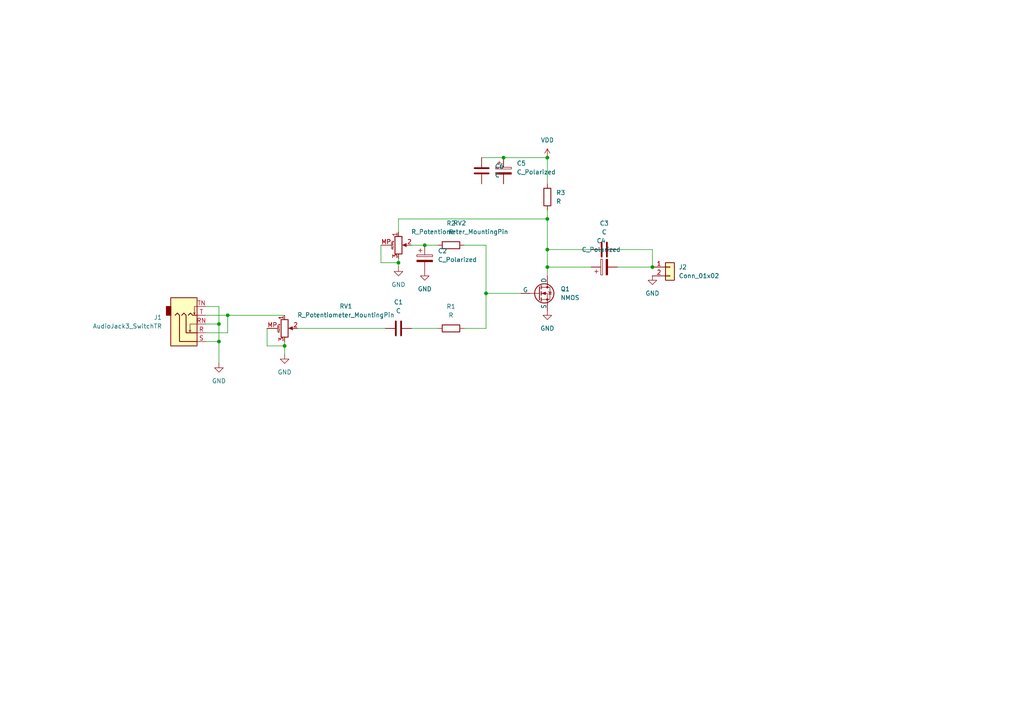
<source format=kicad_sch>
(kicad_sch (version 20250114) (generator "eeschema") (generator_version "9.0")
  (paper "A4")
  (lib_symbols
    (symbol "Connector_Audio:AudioJack3_SwitchTR"
      (property "Reference" "J" (at 0 8.89 0))
      (property "Value" "AudioJack3_SwitchTR" (at 0 6.35 0))
      (symbol "AudioJack3_SwitchTR_0_1"
        (rectangle (start -5.08 -5.08) (end -6.35 -7.62) (stroke (width 0.254)) (fill (type outline)))
        (polyline (pts (xy -1.905 -5.08) (xy -1.27 -5.715) (xy -0.635 -5.08) (xy -0.635 0) (xy 2.54 0)) (stroke (width 0.254)))
        (polyline (pts (xy 0 -5.08) (xy 0.635 -5.715) (xy 1.27 -5.08) (xy 2.54 -5.08)) (stroke (width 0.254)))
        (polyline (pts (xy 0.508 -0.254) (xy 0.762 -0.762)))
        (polyline (pts (xy 1.778 -5.334) (xy 2.032 -5.842)))
        (rectangle (start 2.54 3.81) (end -5.08 -10.16) (stroke (width 0.254)) (fill (type background)))
        (polyline (pts (xy 2.54 2.54) (xy -2.54 2.54) (xy -2.54 -5.08) (xy -3.175 -5.715) (xy -3.81 -5.08)) (stroke (width 0.254)))
        (polyline (pts (xy 2.54 -2.54) (xy 0.508 -2.54) (xy 0.508 -0.254) (xy 0.254 -0.762)))
        (polyline (pts (xy 2.54 -7.62) (xy 1.778 -7.62) (xy 1.778 -5.334) (xy 1.524 -5.842)))
      )
      (symbol "AudioJack3_SwitchTR_1_1"
        (pin passive line (at 5.08 2.54 180) (length 2.54) (name "~") (number "S"))
        (pin passive line (at 5.08 0 180) (length 2.54) (name "~") (number "R"))
        (pin passive line (at 5.08 -2.54 180) (length 2.54) (name "~") (number "RN"))
        (pin passive line (at 5.08 -5.08 180) (length 2.54) (name "~") (number "T"))
        (pin passive line (at 5.08 -7.62 180) (length 2.54) (name "~") (number "TN"))
      )
    )
    (symbol "Connector_Generic:Conn_01x02" (pin_names (offset 1.016) (hide yes))
      (property "Reference" "J" (at 0 2.54 0))
      (property "Value" "Conn_01x02" (at 0 -5.08 0))
      (symbol "Conn_01x02_1_1"
        (rectangle (start -1.27 1.27) (end 1.27 -3.81) (stroke (width 0.254)) (fill (type background)))
        (rectangle (start -1.27 0.127) (end 0 -0.127) (stroke (width 0.1524)))
        (rectangle (start -1.27 -2.413) (end 0 -2.667) (stroke (width 0.1524)))
        (pin passive line (at -5.08 0 0) (length 3.81) (name "Pin_1") (number "1"))
        (pin passive line (at -5.08 -2.54 0) (length 3.81) (name "Pin_2") (number "2"))
      )
    )
    (symbol "Device:C" (pin_numbers (hide yes)) (pin_names (offset 0.254))
      (property "Reference" "C" (at 0.635 2.54 0))
      (property "Value" "C" (at 0.635 -2.54 0))
      (symbol "C_0_1"
        (polyline (pts (xy -2.032 0.762) (xy 2.032 0.762)) (stroke (width 0.508)))
        (polyline (pts (xy -2.032 -0.762) (xy 2.032 -0.762)) (stroke (width 0.508)))
      )
      (symbol "C_1_1"
        (pin passive line (at 0 3.81 270) (length 2.794) (name "~") (number "1"))
        (pin passive line (at 0 -3.81 90) (length 2.794) (name "~") (number "2"))
      )
    )
    (symbol "Device:C_Polarized" (pin_numbers (hide yes)) (pin_names (offset 0.254))
      (property "Reference" "C" (at 0.635 2.54 0))
      (property "Value" "C_Polarized" (at 0.635 -2.54 0))
      (symbol "C_Polarized_0_1"
        (rectangle (start -2.286 0.508) (end 2.286 1.016))
        (polyline (pts (xy -1.778 2.286) (xy -0.762 2.286)))
        (polyline (pts (xy -1.27 2.794) (xy -1.27 1.778)))
        (rectangle (start 2.286 -0.508) (end -2.286 -1.016) (fill (type outline)))
      )
      (symbol "C_Polarized_1_1"
        (pin passive line (at 0 3.81 270) (length 2.794) (name "~") (number "1"))
        (pin passive line (at 0 -3.81 90) (length 2.794) (name "~") (number "2"))
      )
    )
    (symbol "Device:R" (pin_numbers (hide yes)) (pin_names (offset 0))
      (property "Reference" "R" (at 2.032 0 90))
      (property "Value" "R" (at 0 0 90))
      (symbol "R_0_1"
        (rectangle (start -1.016 -2.54) (end 1.016 2.54) (stroke (width 0.254)))
      )
      (symbol "R_1_1"
        (pin passive line (at 0 3.81 270) (length 1.27) (name "~") (number "1"))
        (pin passive line (at 0 -3.81 90) (length 1.27) (name "~") (number "2"))
      )
    )
    (symbol "Device:R_Potentiometer_MountingPin" (pin_names (offset 1.016) (hide yes))
      (property "Reference" "RV" (at -8.255 0 90))
      (property "Value" "R_Potentiometer_MountingPin" (at -6.35 0 90))
      (symbol "R_Potentiometer_MountingPin_0_1"
        (rectangle (start 1.016 2.54) (end -1.016 -2.54) (stroke (width 0.254)))
        (polyline (pts (xy 1.143 0) (xy 2.286 0.508) (xy 2.286 -0.508)) (fill (type outline)))
        (polyline (pts (xy 2.54 0) (xy 1.524 0)))
      )
      (symbol "R_Potentiometer_MountingPin_1_1"
        (polyline (pts (xy -2.032 1.016) (xy -2.032 -1.016)) (stroke (width 0.1524)))
        (text "Mounting" (at -1.651 0 900) (effects (font (size 0.381 0.381))))
        (pin passive line (at -5.08 0 0) (length 3.048) (name "MountPin") (number "MP"))
        (pin passive line (at 0 3.81 270) (length 1.27) (name "1") (number "1"))
        (pin passive line (at 0 -3.81 90) (length 1.27) (name "3") (number "3"))
        (pin passive line (at 3.81 0 180) (length 1.27) (name "2") (number "2"))
      )
    )
    (symbol "Simulation_SPICE:NMOS" (pin_numbers (hide yes)) (pin_names (offset 0))
      (property "Reference" "Q" (at 5.08 1.27 0))
      (property "Value" "NMOS" (at 5.08 -1.27 0))
      (symbol "NMOS_0_1"
        (polyline (pts (xy 0.254 1.905) (xy 0.254 -1.905)) (stroke (width 0.254)))
        (polyline (pts (xy 0.254 0) (xy -2.54 0)))
        (polyline (pts (xy 0.762 2.286) (xy 0.762 1.27)) (stroke (width 0.254)))
        (polyline (pts (xy 0.762 0.508) (xy 0.762 -0.508)) (stroke (width 0.254)))
        (polyline (pts (xy 0.762 -1.27) (xy 0.762 -2.286)) (stroke (width 0.254)))
        (polyline (pts (xy 0.762 -1.778) (xy 3.302 -1.778) (xy 3.302 1.778) (xy 0.762 1.778)))
        (polyline (pts (xy 1.016 0) (xy 2.032 0.381) (xy 2.032 -0.381) (xy 1.016 0)) (fill (type outline)))
        (circle (center 1.651 0) (radius 2.794) (stroke (width 0.254)))
        (polyline (pts (xy 2.54 2.54) (xy 2.54 1.778)))
        (circle (center 2.54 1.778) (radius 0.254) (fill (type outline)))
        (circle (center 2.54 -1.778) (radius 0.254) (fill (type outline)))
        (polyline (pts (xy 2.54 -2.54) (xy 2.54 0) (xy 0.762 0)))
        (polyline (pts (xy 2.794 0.508) (xy 2.921 0.381) (xy 3.683 0.381) (xy 3.81 0.254)))
        (polyline (pts (xy 3.302 0.381) (xy 2.921 -0.254) (xy 3.683 -0.254) (xy 3.302 0.381)))
      )
      (symbol "NMOS_1_1"
        (pin input line (at -5.08 0 0) (length 2.54) (name "G") (number "2"))
        (pin passive line (at 2.54 5.08 270) (length 2.54) (name "D") (number "1"))
        (pin passive line (at 2.54 -5.08 90) (length 2.54) (name "S") (number "3"))
      )
    )
    (symbol "power:GND" (power) (pin_numbers (hide yes)) (pin_names (offset 0) (hide yes))
      (property "Value" "GND" (at 0 -3.81 0))
      (symbol "GND_0_1"
        (polyline (pts (xy 0 0) (xy 0 -1.27) (xy 1.27 -1.27) (xy 0 -2.54) (xy -1.27 -1.27) (xy 0 -1.27)))
      )
      (symbol "GND_1_1"
        (pin power_in line (at 0 0 270) (length 0) (name "~") (number "1"))
      )
    )
    (symbol "power:VDD" (power) (pin_numbers (hide yes)) (pin_names (offset 0) (hide yes))
      (property "Value" "VDD" (at 0 3.556 0))
      (symbol "VDD_0_1"
        (polyline (pts (xy -0.762 1.27) (xy 0 2.54)))
        (polyline (pts (xy 0 2.54) (xy 0.762 1.27)))
        (polyline (pts (xy 0 0) (xy 0 2.54)))
      )
      (symbol "VDD_1_1"
        (pin power_in line (at 0 0 90) (length 0) (name "~") (number "1"))
      )
    )
  )
  (junction (at 158.75 72.39))
  (junction (at 146.05 45.72))
  (junction (at 158.75 63.5))
  (junction (at 123.19 71.12))
  (junction (at 158.75 45.72))
  (junction (at 63.5 99.06))
  (junction (at 82.55 100.33))
  (junction (at 158.75 77.47))
  (junction (at 189.23 77.47))
  (junction (at 115.57 76.2))
  (junction (at 66.04 91.44))
  (junction (at 140.97 85.09))
  (junction (at 63.5 93.98))
  (wire (pts (xy 63.5 88.9) (xy 59.69 88.9)))
  (wire (pts (xy 115.57 67.31) (xy 115.57 63.5)))
  (wire (pts (xy 158.75 77.47) (xy 171.45 77.47)))
  (wire (pts (xy 158.75 60.96) (xy 158.75 63.5)))
  (wire (pts (xy 86.36 95.25) (xy 111.76 95.25)))
  (wire (pts (xy 140.97 95.25) (xy 140.97 85.09)))
  (wire (pts (xy 119.38 95.25) (xy 127 95.25)))
  (wire (pts (xy 146.05 45.72) (xy 158.75 45.72)))
  (wire (pts (xy 110.49 76.2) (xy 115.57 76.2)))
  (wire (pts (xy 63.5 105.41) (xy 63.5 99.06)))
  (wire (pts (xy 179.07 72.39) (xy 189.23 72.39)))
  (wire (pts (xy 115.57 63.5) (xy 158.75 63.5)))
  (wire (pts (xy 158.75 45.72) (xy 158.75 53.34)))
  (wire (pts (xy 59.69 99.06) (xy 63.5 99.06)))
  (wire (pts (xy 82.55 100.33) (xy 82.55 102.87)))
  (wire (pts (xy 123.19 71.12) (xy 127 71.12)))
  (wire (pts (xy 59.69 93.98) (xy 63.5 93.98)))
  (wire (pts (xy 63.5 93.98) (xy 63.5 88.9)))
  (wire (pts (xy 66.04 91.44) (xy 82.55 91.44)))
  (wire (pts (xy 140.97 71.12) (xy 134.62 71.12)))
  (wire (pts (xy 139.7 45.72) (xy 146.05 45.72)))
  (wire (pts (xy 134.62 95.25) (xy 140.97 95.25)))
  (wire (pts (xy 110.49 71.12) (xy 110.49 76.2)))
  (wire (pts (xy 77.47 100.33) (xy 82.55 100.33)))
  (wire (pts (xy 77.47 95.25) (xy 77.47 100.33)))
  (wire (pts (xy 119.38 71.12) (xy 123.19 71.12)))
  (wire (pts (xy 66.04 96.52) (xy 59.69 96.52)))
  (wire (pts (xy 59.69 91.44) (xy 66.04 91.44)))
  (wire (pts (xy 179.07 77.47) (xy 189.23 77.47)))
  (wire (pts (xy 63.5 99.06) (xy 63.5 93.98)))
  (wire (pts (xy 158.75 63.5) (xy 158.75 72.39)))
  (wire (pts (xy 66.04 91.44) (xy 66.04 96.52)))
  (wire (pts (xy 115.57 74.93) (xy 115.57 76.2)))
  (wire (pts (xy 115.57 76.2) (xy 115.57 77.47)))
  (wire (pts (xy 158.75 72.39) (xy 171.45 72.39)))
  (wire (pts (xy 82.55 99.06) (xy 82.55 100.33)))
  (wire (pts (xy 158.75 72.39) (xy 158.75 77.47)))
  (wire (pts (xy 158.75 77.47) (xy 158.75 80.01)))
  (wire (pts (xy 140.97 85.09) (xy 140.97 71.12)))
  (wire (pts (xy 140.97 85.09) (xy 151.13 85.09)))
  (wire (pts (xy 189.23 72.39) (xy 189.23 77.47)))
  (symbol (lib_id "power:GND") (at 115.57 77.47 0) (unit 1)
    (property "Reference" "#PWR05" (effects (hide yes)))
    (property "Value" "GND" (at 115.57 82.55 0))
    (property "Description" "Power symbol creates a global label with name \"GND\" , ground" (effects (hide yes)))
  )
  (symbol (lib_id "Device:R_Potentiometer_MountingPin") (at 115.57 71.12 0) (unit 1)
    (property "Reference" "RV2" (at 133.35 64.6998 0))
    (property "Value" "R_Potentiometer_MountingPin" (at 133.35 67.2398 0))
    (property "Description" "Potentiometer with a mounting pin" (effects (hide yes)))
  )
  (symbol (lib_id "power:GND") (at 158.75 90.17 0) (unit 1)
    (property "Reference" "#PWR03" (effects (hide yes)))
    (property "Value" "GND" (at 158.75 95.25 0))
    (property "Description" "Power symbol creates a global label with name \"GND\" , ground" (effects (hide yes)))
  )
  (symbol (lib_id "power:GND") (at 63.5 105.41 0) (unit 1)
    (property "Reference" "#PWR07" (effects (hide yes)))
    (property "Value" "GND" (at 63.5 110.49 0))
    (property "Description" "Power symbol creates a global label with name \"GND\" , ground" (effects (hide yes)))
  )
  (symbol (lib_id "Connector_Generic:Conn_01x02") (at 194.31 77.47 0) (unit 1)
    (property "Reference" "J2" (at 196.85 77.4699 0) (effects (justify left)))
    (property "Value" "Conn_01x02" (at 196.85 80.0099 0) (effects (justify left)))
    (property "Description" "Generic connector, single row, 01x02, script generated (kicad-library-utils/schlib/autogen/connector/)" (effects (hide yes)))
  )
  (symbol (lib_id "Connector_Audio:AudioJack3_SwitchTR") (at 54.61 96.52 0) (mirror x) (unit 1)
    (property "Reference" "J1" (at 46.99 92.0749 0) (effects (justify right)))
    (property "Value" "AudioJack3_SwitchTR" (at 46.99 94.6149 0) (effects (justify right)))
    (property "Description" "Audio Jack, 3 Poles (Stereo / TRS), Switched TR Poles (Normalling)" (effects (hide yes)))
  )
  (symbol (lib_id "Device:C") (at 115.57 95.25 90) (unit 1)
    (property "Reference" "C1" (at 115.57 87.63 90))
    (property "Value" "C" (at 115.57 90.17 90))
    (property "Description" "Unpolarized capacitor" (effects (hide yes)))
  )
  (symbol (lib_id "Device:C_Polarized") (at 123.19 74.93 0) (unit 1)
    (property "Reference" "C2" (at 127 72.7709 0) (effects (justify left)))
    (property "Value" "C_Polarized" (at 127 75.3109 0) (effects (justify left)))
    (property "Description" "Polarized capacitor" (effects (hide yes)))
  )
  (symbol (lib_id "Device:R") (at 130.81 95.25 90) (unit 1)
    (property "Reference" "R1" (at 130.81 88.9 90))
    (property "Value" "R" (at 130.81 91.44 90))
    (property "Description" "Resistor" (effects (hide yes)))
  )
  (symbol (lib_id "Simulation_SPICE:NMOS") (at 156.21 85.09 0) (unit 1)
    (property "Reference" "Q1" (at 162.56 83.8199 0) (effects (justify left)))
    (property "Value" "NMOS" (at 162.56 86.3599 0) (effects (justify left)))
    (property "Datasheet" "https://ngspice.sourceforge.io/docs/ngspice-html-manual/manual.xhtml#cha_MOSFETs" (effects (hide yes)))
    (property "Description" "N-MOSFET transistor, drain/source/gate" (effects (hide yes)))
    (property "Sim.Device" "NMOS" (effects (hide yes)))
    (property "Sim.Type" "VDMOS" (effects (hide yes)))
    (property "Sim.Pins" "1=D 2=G 3=S" (effects (hide yes)))
  )
  (symbol (lib_id "power:GND") (at 189.23 80.01 0) (unit 1)
    (property "Reference" "#PWR02" (effects (hide yes)))
    (property "Value" "GND" (at 189.23 85.09 0))
    (property "Description" "Power symbol creates a global label with name \"GND\" , ground" (effects (hide yes)))
  )
  (symbol (lib_id "Device:R") (at 158.75 57.15 0) (unit 1)
    (property "Reference" "R3" (at 161.29 55.8799 0) (effects (justify left)))
    (property "Value" "R" (at 161.29 58.4199 0) (effects (justify left)))
    (property "Description" "Resistor" (effects (hide yes)))
  )
  (symbol (lib_id "Device:R") (at 130.81 71.12 90) (unit 1)
    (property "Reference" "R2" (at 130.81 64.77 90))
    (property "Value" "R" (at 130.81 67.31 90))
    (property "Description" "Resistor" (effects (hide yes)))
  )
  (symbol (lib_id "power:GND") (at 82.55 102.87 0) (unit 1)
    (property "Reference" "#PWR06" (effects (hide yes)))
    (property "Value" "GND" (at 82.55 107.95 0))
    (property "Description" "Power symbol creates a global label with name \"GND\" , ground" (effects (hide yes)))
  )
  (symbol (lib_id "Device:C") (at 139.7 49.53 0) (unit 1)
    (property "Reference" "C6" (at 143.51 48.2599 0) (effects (justify left)))
    (property "Value" "C" (at 143.51 50.7999 0) (effects (justify left)))
    (property "Description" "Unpolarized capacitor" (effects (hide yes)))
  )
  (symbol (lib_id "Device:C_Polarized") (at 146.05 49.53 0) (unit 1)
    (property "Reference" "C5" (at 149.86 47.3709 0) (effects (justify left)))
    (property "Value" "C_Polarized" (at 149.86 49.9109 0) (effects (justify left)))
    (property "Description" "Polarized capacitor" (effects (hide yes)))
  )
  (symbol (lib_id "power:GND") (at 123.19 78.74 0) (unit 1)
    (property "Reference" "#PWR04" (effects (hide yes)))
    (property "Value" "GND" (at 123.19 83.82 0))
    (property "Description" "Power symbol creates a global label with name \"GND\" , ground" (effects (hide yes)))
  )
  (symbol (lib_id "power:VDD") (at 158.75 45.72 0) (unit 1)
    (property "Reference" "#PWR01" (effects (hide yes)))
    (property "Value" "VDD" (at 158.75 40.64 0))
    (property "Description" "Power symbol creates a global label with name \"VDD\"" (effects (hide yes)))
  )
  (symbol (lib_id "Device:C") (at 175.26 72.39 90) (unit 1)
    (property "Reference" "C3" (at 175.26 64.77 90))
    (property "Value" "C" (at 175.26 67.31 90))
    (property "Description" "Unpolarized capacitor" (effects (hide yes)))
  )
  (symbol (lib_id "Device:C_Polarized") (at 175.26 77.47 90) (unit 1)
    (property "Reference" "C4" (at 174.371 69.85 90))
    (property "Value" "C_Polarized" (at 174.371 72.39 90))
    (property "Description" "Polarized capacitor" (effects (hide yes)))
  )
  (symbol (lib_id "Device:R_Potentiometer_MountingPin") (at 82.55 95.25 0) (unit 1)
    (property "Reference" "RV1" (at 100.33 88.8298 0))
    (property "Value" "R_Potentiometer_MountingPin" (at 100.33 91.3698 0))
    (property "Description" "Potentiometer with a mounting pin" (effects (hide yes)))
  )
)
</source>
